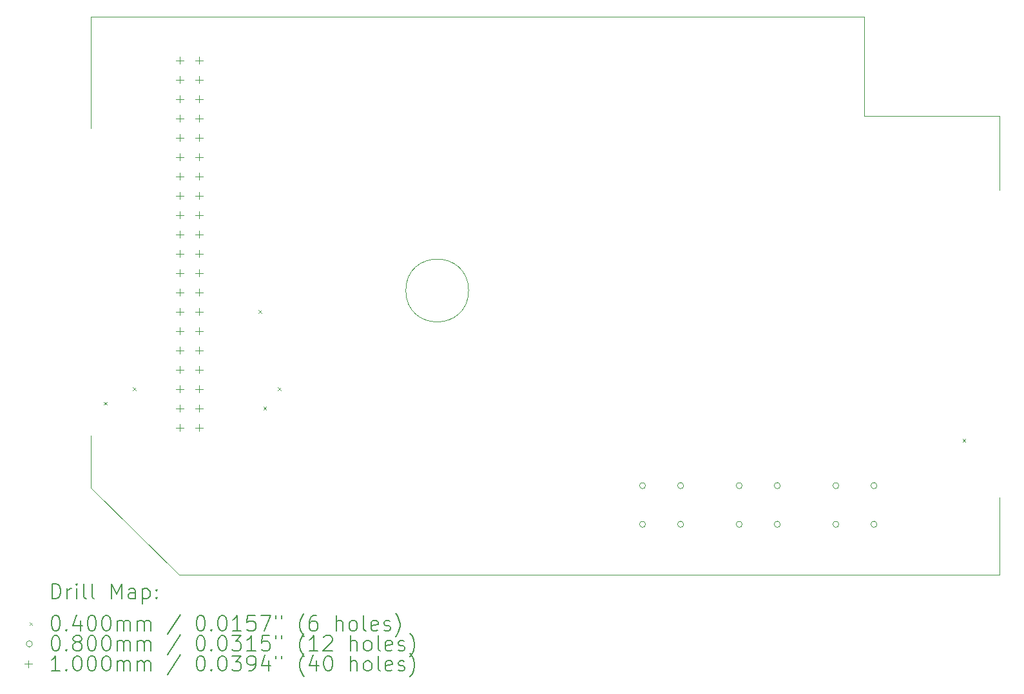
<source format=gbr>
%FSLAX45Y45*%
G04 Gerber Fmt 4.5, Leading zero omitted, Abs format (unit mm)*
G04 Created by KiCad (PCBNEW (6.0.0)) date 2022-11-09 00:44:29*
%MOMM*%
%LPD*%
G01*
G04 APERTURE LIST*
%TA.AperFunction,Profile*%
%ADD10C,0.100000*%
%TD*%
%ADD11C,0.200000*%
%ADD12C,0.040000*%
%ADD13C,0.080000*%
%ADD14C,0.100000*%
G04 APERTURE END LIST*
D10*
X18918500Y-9323430D02*
X18918500Y-8351430D01*
X11946500Y-10644930D02*
G75*
G03*
X11946500Y-10644930I-412500J0D01*
G01*
X18918500Y-8351430D02*
X17140500Y-8351430D01*
X17140500Y-8351430D02*
X17140500Y-7048430D01*
X18918500Y-13364570D02*
X18918500Y-14379570D01*
X6981500Y-7048430D02*
X6981500Y-8509000D01*
X6981500Y-12550140D02*
X6981500Y-13236430D01*
X8141500Y-14379570D02*
X6981500Y-13236430D01*
X18918500Y-14379570D02*
X8141500Y-14379570D01*
X17140500Y-7048430D02*
X6981500Y-7048430D01*
D11*
D12*
X7155500Y-12108500D02*
X7195500Y-12148500D01*
X7195500Y-12108500D02*
X7155500Y-12148500D01*
X7536500Y-11918000D02*
X7576500Y-11958000D01*
X7576500Y-11918000D02*
X7536500Y-11958000D01*
X9187500Y-10902000D02*
X9227500Y-10942000D01*
X9227500Y-10902000D02*
X9187500Y-10942000D01*
X9251000Y-12172000D02*
X9291000Y-12212000D01*
X9291000Y-12172000D02*
X9251000Y-12212000D01*
X9441500Y-11918000D02*
X9481500Y-11958000D01*
X9481500Y-11918000D02*
X9441500Y-11958000D01*
X18436000Y-12594000D02*
X18476000Y-12634000D01*
X18476000Y-12594000D02*
X18436000Y-12634000D01*
D13*
X14272000Y-13208000D02*
G75*
G03*
X14272000Y-13208000I-40000J0D01*
G01*
X14272000Y-13716000D02*
G75*
G03*
X14272000Y-13716000I-40000J0D01*
G01*
X14772000Y-13208000D02*
G75*
G03*
X14772000Y-13208000I-40000J0D01*
G01*
X14772000Y-13716000D02*
G75*
G03*
X14772000Y-13716000I-40000J0D01*
G01*
X15542000Y-13208000D02*
G75*
G03*
X15542000Y-13208000I-40000J0D01*
G01*
X15542000Y-13716000D02*
G75*
G03*
X15542000Y-13716000I-40000J0D01*
G01*
X16042000Y-13208000D02*
G75*
G03*
X16042000Y-13208000I-40000J0D01*
G01*
X16042000Y-13716000D02*
G75*
G03*
X16042000Y-13716000I-40000J0D01*
G01*
X16812000Y-13208000D02*
G75*
G03*
X16812000Y-13208000I-40000J0D01*
G01*
X16812000Y-13716000D02*
G75*
G03*
X16812000Y-13716000I-40000J0D01*
G01*
X17312000Y-13208000D02*
G75*
G03*
X17312000Y-13208000I-40000J0D01*
G01*
X17312000Y-13716000D02*
G75*
G03*
X17312000Y-13716000I-40000J0D01*
G01*
D14*
X8153400Y-7570000D02*
X8153400Y-7670000D01*
X8103400Y-7620000D02*
X8203400Y-7620000D01*
X8153400Y-7824000D02*
X8153400Y-7924000D01*
X8103400Y-7874000D02*
X8203400Y-7874000D01*
X8153400Y-8078000D02*
X8153400Y-8178000D01*
X8103400Y-8128000D02*
X8203400Y-8128000D01*
X8153400Y-8332000D02*
X8153400Y-8432000D01*
X8103400Y-8382000D02*
X8203400Y-8382000D01*
X8153400Y-8586000D02*
X8153400Y-8686000D01*
X8103400Y-8636000D02*
X8203400Y-8636000D01*
X8153400Y-8840000D02*
X8153400Y-8940000D01*
X8103400Y-8890000D02*
X8203400Y-8890000D01*
X8153400Y-9094000D02*
X8153400Y-9194000D01*
X8103400Y-9144000D02*
X8203400Y-9144000D01*
X8153400Y-9348000D02*
X8153400Y-9448000D01*
X8103400Y-9398000D02*
X8203400Y-9398000D01*
X8153400Y-9602000D02*
X8153400Y-9702000D01*
X8103400Y-9652000D02*
X8203400Y-9652000D01*
X8153400Y-9856000D02*
X8153400Y-9956000D01*
X8103400Y-9906000D02*
X8203400Y-9906000D01*
X8153400Y-10110000D02*
X8153400Y-10210000D01*
X8103400Y-10160000D02*
X8203400Y-10160000D01*
X8153400Y-10364000D02*
X8153400Y-10464000D01*
X8103400Y-10414000D02*
X8203400Y-10414000D01*
X8153400Y-10618000D02*
X8153400Y-10718000D01*
X8103400Y-10668000D02*
X8203400Y-10668000D01*
X8153400Y-10872000D02*
X8153400Y-10972000D01*
X8103400Y-10922000D02*
X8203400Y-10922000D01*
X8153400Y-11126000D02*
X8153400Y-11226000D01*
X8103400Y-11176000D02*
X8203400Y-11176000D01*
X8153400Y-11380000D02*
X8153400Y-11480000D01*
X8103400Y-11430000D02*
X8203400Y-11430000D01*
X8153400Y-11634000D02*
X8153400Y-11734000D01*
X8103400Y-11684000D02*
X8203400Y-11684000D01*
X8153400Y-11888000D02*
X8153400Y-11988000D01*
X8103400Y-11938000D02*
X8203400Y-11938000D01*
X8153400Y-12142000D02*
X8153400Y-12242000D01*
X8103400Y-12192000D02*
X8203400Y-12192000D01*
X8153400Y-12396000D02*
X8153400Y-12496000D01*
X8103400Y-12446000D02*
X8203400Y-12446000D01*
X8407400Y-7570000D02*
X8407400Y-7670000D01*
X8357400Y-7620000D02*
X8457400Y-7620000D01*
X8407400Y-7824000D02*
X8407400Y-7924000D01*
X8357400Y-7874000D02*
X8457400Y-7874000D01*
X8407400Y-8078000D02*
X8407400Y-8178000D01*
X8357400Y-8128000D02*
X8457400Y-8128000D01*
X8407400Y-8332000D02*
X8407400Y-8432000D01*
X8357400Y-8382000D02*
X8457400Y-8382000D01*
X8407400Y-8586000D02*
X8407400Y-8686000D01*
X8357400Y-8636000D02*
X8457400Y-8636000D01*
X8407400Y-8840000D02*
X8407400Y-8940000D01*
X8357400Y-8890000D02*
X8457400Y-8890000D01*
X8407400Y-9094000D02*
X8407400Y-9194000D01*
X8357400Y-9144000D02*
X8457400Y-9144000D01*
X8407400Y-9348000D02*
X8407400Y-9448000D01*
X8357400Y-9398000D02*
X8457400Y-9398000D01*
X8407400Y-9602000D02*
X8407400Y-9702000D01*
X8357400Y-9652000D02*
X8457400Y-9652000D01*
X8407400Y-9856000D02*
X8407400Y-9956000D01*
X8357400Y-9906000D02*
X8457400Y-9906000D01*
X8407400Y-10110000D02*
X8407400Y-10210000D01*
X8357400Y-10160000D02*
X8457400Y-10160000D01*
X8407400Y-10364000D02*
X8407400Y-10464000D01*
X8357400Y-10414000D02*
X8457400Y-10414000D01*
X8407400Y-10618000D02*
X8407400Y-10718000D01*
X8357400Y-10668000D02*
X8457400Y-10668000D01*
X8407400Y-10872000D02*
X8407400Y-10972000D01*
X8357400Y-10922000D02*
X8457400Y-10922000D01*
X8407400Y-11126000D02*
X8407400Y-11226000D01*
X8357400Y-11176000D02*
X8457400Y-11176000D01*
X8407400Y-11380000D02*
X8407400Y-11480000D01*
X8357400Y-11430000D02*
X8457400Y-11430000D01*
X8407400Y-11634000D02*
X8407400Y-11734000D01*
X8357400Y-11684000D02*
X8457400Y-11684000D01*
X8407400Y-11888000D02*
X8407400Y-11988000D01*
X8357400Y-11938000D02*
X8457400Y-11938000D01*
X8407400Y-12142000D02*
X8407400Y-12242000D01*
X8357400Y-12192000D02*
X8457400Y-12192000D01*
X8407400Y-12396000D02*
X8407400Y-12496000D01*
X8357400Y-12446000D02*
X8457400Y-12446000D01*
D11*
X6473119Y-14695046D02*
X6473119Y-14495046D01*
X6520738Y-14495046D01*
X6549309Y-14504570D01*
X6568357Y-14523618D01*
X6577881Y-14542665D01*
X6587405Y-14580760D01*
X6587405Y-14609332D01*
X6577881Y-14647427D01*
X6568357Y-14666475D01*
X6549309Y-14685522D01*
X6520738Y-14695046D01*
X6473119Y-14695046D01*
X6673119Y-14695046D02*
X6673119Y-14561713D01*
X6673119Y-14599808D02*
X6682643Y-14580760D01*
X6692167Y-14571237D01*
X6711214Y-14561713D01*
X6730262Y-14561713D01*
X6796928Y-14695046D02*
X6796928Y-14561713D01*
X6796928Y-14495046D02*
X6787405Y-14504570D01*
X6796928Y-14514094D01*
X6806452Y-14504570D01*
X6796928Y-14495046D01*
X6796928Y-14514094D01*
X6920738Y-14695046D02*
X6901690Y-14685522D01*
X6892167Y-14666475D01*
X6892167Y-14495046D01*
X7025500Y-14695046D02*
X7006452Y-14685522D01*
X6996928Y-14666475D01*
X6996928Y-14495046D01*
X7254071Y-14695046D02*
X7254071Y-14495046D01*
X7320738Y-14637903D01*
X7387405Y-14495046D01*
X7387405Y-14695046D01*
X7568357Y-14695046D02*
X7568357Y-14590284D01*
X7558833Y-14571237D01*
X7539786Y-14561713D01*
X7501690Y-14561713D01*
X7482643Y-14571237D01*
X7568357Y-14685522D02*
X7549309Y-14695046D01*
X7501690Y-14695046D01*
X7482643Y-14685522D01*
X7473119Y-14666475D01*
X7473119Y-14647427D01*
X7482643Y-14628379D01*
X7501690Y-14618856D01*
X7549309Y-14618856D01*
X7568357Y-14609332D01*
X7663595Y-14561713D02*
X7663595Y-14761713D01*
X7663595Y-14571237D02*
X7682643Y-14561713D01*
X7720738Y-14561713D01*
X7739786Y-14571237D01*
X7749309Y-14580760D01*
X7758833Y-14599808D01*
X7758833Y-14656951D01*
X7749309Y-14675998D01*
X7739786Y-14685522D01*
X7720738Y-14695046D01*
X7682643Y-14695046D01*
X7663595Y-14685522D01*
X7844548Y-14675998D02*
X7854071Y-14685522D01*
X7844548Y-14695046D01*
X7835024Y-14685522D01*
X7844548Y-14675998D01*
X7844548Y-14695046D01*
X7844548Y-14571237D02*
X7854071Y-14580760D01*
X7844548Y-14590284D01*
X7835024Y-14580760D01*
X7844548Y-14571237D01*
X7844548Y-14590284D01*
D12*
X6175500Y-15004570D02*
X6215500Y-15044570D01*
X6215500Y-15004570D02*
X6175500Y-15044570D01*
D11*
X6511214Y-14915046D02*
X6530262Y-14915046D01*
X6549309Y-14924570D01*
X6558833Y-14934094D01*
X6568357Y-14953141D01*
X6577881Y-14991237D01*
X6577881Y-15038856D01*
X6568357Y-15076951D01*
X6558833Y-15095998D01*
X6549309Y-15105522D01*
X6530262Y-15115046D01*
X6511214Y-15115046D01*
X6492167Y-15105522D01*
X6482643Y-15095998D01*
X6473119Y-15076951D01*
X6463595Y-15038856D01*
X6463595Y-14991237D01*
X6473119Y-14953141D01*
X6482643Y-14934094D01*
X6492167Y-14924570D01*
X6511214Y-14915046D01*
X6663595Y-15095998D02*
X6673119Y-15105522D01*
X6663595Y-15115046D01*
X6654071Y-15105522D01*
X6663595Y-15095998D01*
X6663595Y-15115046D01*
X6844548Y-14981713D02*
X6844548Y-15115046D01*
X6796928Y-14905522D02*
X6749309Y-15048379D01*
X6873119Y-15048379D01*
X6987405Y-14915046D02*
X7006452Y-14915046D01*
X7025500Y-14924570D01*
X7035024Y-14934094D01*
X7044548Y-14953141D01*
X7054071Y-14991237D01*
X7054071Y-15038856D01*
X7044548Y-15076951D01*
X7035024Y-15095998D01*
X7025500Y-15105522D01*
X7006452Y-15115046D01*
X6987405Y-15115046D01*
X6968357Y-15105522D01*
X6958833Y-15095998D01*
X6949309Y-15076951D01*
X6939786Y-15038856D01*
X6939786Y-14991237D01*
X6949309Y-14953141D01*
X6958833Y-14934094D01*
X6968357Y-14924570D01*
X6987405Y-14915046D01*
X7177881Y-14915046D02*
X7196928Y-14915046D01*
X7215976Y-14924570D01*
X7225500Y-14934094D01*
X7235024Y-14953141D01*
X7244548Y-14991237D01*
X7244548Y-15038856D01*
X7235024Y-15076951D01*
X7225500Y-15095998D01*
X7215976Y-15105522D01*
X7196928Y-15115046D01*
X7177881Y-15115046D01*
X7158833Y-15105522D01*
X7149309Y-15095998D01*
X7139786Y-15076951D01*
X7130262Y-15038856D01*
X7130262Y-14991237D01*
X7139786Y-14953141D01*
X7149309Y-14934094D01*
X7158833Y-14924570D01*
X7177881Y-14915046D01*
X7330262Y-15115046D02*
X7330262Y-14981713D01*
X7330262Y-15000760D02*
X7339786Y-14991237D01*
X7358833Y-14981713D01*
X7387405Y-14981713D01*
X7406452Y-14991237D01*
X7415976Y-15010284D01*
X7415976Y-15115046D01*
X7415976Y-15010284D02*
X7425500Y-14991237D01*
X7444548Y-14981713D01*
X7473119Y-14981713D01*
X7492167Y-14991237D01*
X7501690Y-15010284D01*
X7501690Y-15115046D01*
X7596928Y-15115046D02*
X7596928Y-14981713D01*
X7596928Y-15000760D02*
X7606452Y-14991237D01*
X7625500Y-14981713D01*
X7654071Y-14981713D01*
X7673119Y-14991237D01*
X7682643Y-15010284D01*
X7682643Y-15115046D01*
X7682643Y-15010284D02*
X7692167Y-14991237D01*
X7711214Y-14981713D01*
X7739786Y-14981713D01*
X7758833Y-14991237D01*
X7768357Y-15010284D01*
X7768357Y-15115046D01*
X8158833Y-14905522D02*
X7987405Y-15162665D01*
X8415976Y-14915046D02*
X8435024Y-14915046D01*
X8454071Y-14924570D01*
X8463595Y-14934094D01*
X8473119Y-14953141D01*
X8482643Y-14991237D01*
X8482643Y-15038856D01*
X8473119Y-15076951D01*
X8463595Y-15095998D01*
X8454071Y-15105522D01*
X8435024Y-15115046D01*
X8415976Y-15115046D01*
X8396929Y-15105522D01*
X8387405Y-15095998D01*
X8377881Y-15076951D01*
X8368357Y-15038856D01*
X8368357Y-14991237D01*
X8377881Y-14953141D01*
X8387405Y-14934094D01*
X8396929Y-14924570D01*
X8415976Y-14915046D01*
X8568357Y-15095998D02*
X8577881Y-15105522D01*
X8568357Y-15115046D01*
X8558833Y-15105522D01*
X8568357Y-15095998D01*
X8568357Y-15115046D01*
X8701690Y-14915046D02*
X8720738Y-14915046D01*
X8739786Y-14924570D01*
X8749310Y-14934094D01*
X8758833Y-14953141D01*
X8768357Y-14991237D01*
X8768357Y-15038856D01*
X8758833Y-15076951D01*
X8749310Y-15095998D01*
X8739786Y-15105522D01*
X8720738Y-15115046D01*
X8701690Y-15115046D01*
X8682643Y-15105522D01*
X8673119Y-15095998D01*
X8663595Y-15076951D01*
X8654071Y-15038856D01*
X8654071Y-14991237D01*
X8663595Y-14953141D01*
X8673119Y-14934094D01*
X8682643Y-14924570D01*
X8701690Y-14915046D01*
X8958833Y-15115046D02*
X8844548Y-15115046D01*
X8901690Y-15115046D02*
X8901690Y-14915046D01*
X8882643Y-14943618D01*
X8863595Y-14962665D01*
X8844548Y-14972189D01*
X9139786Y-14915046D02*
X9044548Y-14915046D01*
X9035024Y-15010284D01*
X9044548Y-15000760D01*
X9063595Y-14991237D01*
X9111214Y-14991237D01*
X9130262Y-15000760D01*
X9139786Y-15010284D01*
X9149310Y-15029332D01*
X9149310Y-15076951D01*
X9139786Y-15095998D01*
X9130262Y-15105522D01*
X9111214Y-15115046D01*
X9063595Y-15115046D01*
X9044548Y-15105522D01*
X9035024Y-15095998D01*
X9215976Y-14915046D02*
X9349310Y-14915046D01*
X9263595Y-15115046D01*
X9415976Y-14915046D02*
X9415976Y-14953141D01*
X9492167Y-14915046D02*
X9492167Y-14953141D01*
X9787405Y-15191237D02*
X9777881Y-15181713D01*
X9758833Y-15153141D01*
X9749310Y-15134094D01*
X9739786Y-15105522D01*
X9730262Y-15057903D01*
X9730262Y-15019808D01*
X9739786Y-14972189D01*
X9749310Y-14943618D01*
X9758833Y-14924570D01*
X9777881Y-14895998D01*
X9787405Y-14886475D01*
X9949310Y-14915046D02*
X9911214Y-14915046D01*
X9892167Y-14924570D01*
X9882643Y-14934094D01*
X9863595Y-14962665D01*
X9854071Y-15000760D01*
X9854071Y-15076951D01*
X9863595Y-15095998D01*
X9873119Y-15105522D01*
X9892167Y-15115046D01*
X9930262Y-15115046D01*
X9949310Y-15105522D01*
X9958833Y-15095998D01*
X9968357Y-15076951D01*
X9968357Y-15029332D01*
X9958833Y-15010284D01*
X9949310Y-15000760D01*
X9930262Y-14991237D01*
X9892167Y-14991237D01*
X9873119Y-15000760D01*
X9863595Y-15010284D01*
X9854071Y-15029332D01*
X10206452Y-15115046D02*
X10206452Y-14915046D01*
X10292167Y-15115046D02*
X10292167Y-15010284D01*
X10282643Y-14991237D01*
X10263595Y-14981713D01*
X10235024Y-14981713D01*
X10215976Y-14991237D01*
X10206452Y-15000760D01*
X10415976Y-15115046D02*
X10396929Y-15105522D01*
X10387405Y-15095998D01*
X10377881Y-15076951D01*
X10377881Y-15019808D01*
X10387405Y-15000760D01*
X10396929Y-14991237D01*
X10415976Y-14981713D01*
X10444548Y-14981713D01*
X10463595Y-14991237D01*
X10473119Y-15000760D01*
X10482643Y-15019808D01*
X10482643Y-15076951D01*
X10473119Y-15095998D01*
X10463595Y-15105522D01*
X10444548Y-15115046D01*
X10415976Y-15115046D01*
X10596929Y-15115046D02*
X10577881Y-15105522D01*
X10568357Y-15086475D01*
X10568357Y-14915046D01*
X10749310Y-15105522D02*
X10730262Y-15115046D01*
X10692167Y-15115046D01*
X10673119Y-15105522D01*
X10663595Y-15086475D01*
X10663595Y-15010284D01*
X10673119Y-14991237D01*
X10692167Y-14981713D01*
X10730262Y-14981713D01*
X10749310Y-14991237D01*
X10758833Y-15010284D01*
X10758833Y-15029332D01*
X10663595Y-15048379D01*
X10835024Y-15105522D02*
X10854071Y-15115046D01*
X10892167Y-15115046D01*
X10911214Y-15105522D01*
X10920738Y-15086475D01*
X10920738Y-15076951D01*
X10911214Y-15057903D01*
X10892167Y-15048379D01*
X10863595Y-15048379D01*
X10844548Y-15038856D01*
X10835024Y-15019808D01*
X10835024Y-15010284D01*
X10844548Y-14991237D01*
X10863595Y-14981713D01*
X10892167Y-14981713D01*
X10911214Y-14991237D01*
X10987405Y-15191237D02*
X10996929Y-15181713D01*
X11015976Y-15153141D01*
X11025500Y-15134094D01*
X11035024Y-15105522D01*
X11044548Y-15057903D01*
X11044548Y-15019808D01*
X11035024Y-14972189D01*
X11025500Y-14943618D01*
X11015976Y-14924570D01*
X10996929Y-14895998D01*
X10987405Y-14886475D01*
D13*
X6215500Y-15288570D02*
G75*
G03*
X6215500Y-15288570I-40000J0D01*
G01*
D11*
X6511214Y-15179046D02*
X6530262Y-15179046D01*
X6549309Y-15188570D01*
X6558833Y-15198094D01*
X6568357Y-15217141D01*
X6577881Y-15255237D01*
X6577881Y-15302856D01*
X6568357Y-15340951D01*
X6558833Y-15359998D01*
X6549309Y-15369522D01*
X6530262Y-15379046D01*
X6511214Y-15379046D01*
X6492167Y-15369522D01*
X6482643Y-15359998D01*
X6473119Y-15340951D01*
X6463595Y-15302856D01*
X6463595Y-15255237D01*
X6473119Y-15217141D01*
X6482643Y-15198094D01*
X6492167Y-15188570D01*
X6511214Y-15179046D01*
X6663595Y-15359998D02*
X6673119Y-15369522D01*
X6663595Y-15379046D01*
X6654071Y-15369522D01*
X6663595Y-15359998D01*
X6663595Y-15379046D01*
X6787405Y-15264760D02*
X6768357Y-15255237D01*
X6758833Y-15245713D01*
X6749309Y-15226665D01*
X6749309Y-15217141D01*
X6758833Y-15198094D01*
X6768357Y-15188570D01*
X6787405Y-15179046D01*
X6825500Y-15179046D01*
X6844548Y-15188570D01*
X6854071Y-15198094D01*
X6863595Y-15217141D01*
X6863595Y-15226665D01*
X6854071Y-15245713D01*
X6844548Y-15255237D01*
X6825500Y-15264760D01*
X6787405Y-15264760D01*
X6768357Y-15274284D01*
X6758833Y-15283808D01*
X6749309Y-15302856D01*
X6749309Y-15340951D01*
X6758833Y-15359998D01*
X6768357Y-15369522D01*
X6787405Y-15379046D01*
X6825500Y-15379046D01*
X6844548Y-15369522D01*
X6854071Y-15359998D01*
X6863595Y-15340951D01*
X6863595Y-15302856D01*
X6854071Y-15283808D01*
X6844548Y-15274284D01*
X6825500Y-15264760D01*
X6987405Y-15179046D02*
X7006452Y-15179046D01*
X7025500Y-15188570D01*
X7035024Y-15198094D01*
X7044548Y-15217141D01*
X7054071Y-15255237D01*
X7054071Y-15302856D01*
X7044548Y-15340951D01*
X7035024Y-15359998D01*
X7025500Y-15369522D01*
X7006452Y-15379046D01*
X6987405Y-15379046D01*
X6968357Y-15369522D01*
X6958833Y-15359998D01*
X6949309Y-15340951D01*
X6939786Y-15302856D01*
X6939786Y-15255237D01*
X6949309Y-15217141D01*
X6958833Y-15198094D01*
X6968357Y-15188570D01*
X6987405Y-15179046D01*
X7177881Y-15179046D02*
X7196928Y-15179046D01*
X7215976Y-15188570D01*
X7225500Y-15198094D01*
X7235024Y-15217141D01*
X7244548Y-15255237D01*
X7244548Y-15302856D01*
X7235024Y-15340951D01*
X7225500Y-15359998D01*
X7215976Y-15369522D01*
X7196928Y-15379046D01*
X7177881Y-15379046D01*
X7158833Y-15369522D01*
X7149309Y-15359998D01*
X7139786Y-15340951D01*
X7130262Y-15302856D01*
X7130262Y-15255237D01*
X7139786Y-15217141D01*
X7149309Y-15198094D01*
X7158833Y-15188570D01*
X7177881Y-15179046D01*
X7330262Y-15379046D02*
X7330262Y-15245713D01*
X7330262Y-15264760D02*
X7339786Y-15255237D01*
X7358833Y-15245713D01*
X7387405Y-15245713D01*
X7406452Y-15255237D01*
X7415976Y-15274284D01*
X7415976Y-15379046D01*
X7415976Y-15274284D02*
X7425500Y-15255237D01*
X7444548Y-15245713D01*
X7473119Y-15245713D01*
X7492167Y-15255237D01*
X7501690Y-15274284D01*
X7501690Y-15379046D01*
X7596928Y-15379046D02*
X7596928Y-15245713D01*
X7596928Y-15264760D02*
X7606452Y-15255237D01*
X7625500Y-15245713D01*
X7654071Y-15245713D01*
X7673119Y-15255237D01*
X7682643Y-15274284D01*
X7682643Y-15379046D01*
X7682643Y-15274284D02*
X7692167Y-15255237D01*
X7711214Y-15245713D01*
X7739786Y-15245713D01*
X7758833Y-15255237D01*
X7768357Y-15274284D01*
X7768357Y-15379046D01*
X8158833Y-15169522D02*
X7987405Y-15426665D01*
X8415976Y-15179046D02*
X8435024Y-15179046D01*
X8454071Y-15188570D01*
X8463595Y-15198094D01*
X8473119Y-15217141D01*
X8482643Y-15255237D01*
X8482643Y-15302856D01*
X8473119Y-15340951D01*
X8463595Y-15359998D01*
X8454071Y-15369522D01*
X8435024Y-15379046D01*
X8415976Y-15379046D01*
X8396929Y-15369522D01*
X8387405Y-15359998D01*
X8377881Y-15340951D01*
X8368357Y-15302856D01*
X8368357Y-15255237D01*
X8377881Y-15217141D01*
X8387405Y-15198094D01*
X8396929Y-15188570D01*
X8415976Y-15179046D01*
X8568357Y-15359998D02*
X8577881Y-15369522D01*
X8568357Y-15379046D01*
X8558833Y-15369522D01*
X8568357Y-15359998D01*
X8568357Y-15379046D01*
X8701690Y-15179046D02*
X8720738Y-15179046D01*
X8739786Y-15188570D01*
X8749310Y-15198094D01*
X8758833Y-15217141D01*
X8768357Y-15255237D01*
X8768357Y-15302856D01*
X8758833Y-15340951D01*
X8749310Y-15359998D01*
X8739786Y-15369522D01*
X8720738Y-15379046D01*
X8701690Y-15379046D01*
X8682643Y-15369522D01*
X8673119Y-15359998D01*
X8663595Y-15340951D01*
X8654071Y-15302856D01*
X8654071Y-15255237D01*
X8663595Y-15217141D01*
X8673119Y-15198094D01*
X8682643Y-15188570D01*
X8701690Y-15179046D01*
X8835024Y-15179046D02*
X8958833Y-15179046D01*
X8892167Y-15255237D01*
X8920738Y-15255237D01*
X8939786Y-15264760D01*
X8949310Y-15274284D01*
X8958833Y-15293332D01*
X8958833Y-15340951D01*
X8949310Y-15359998D01*
X8939786Y-15369522D01*
X8920738Y-15379046D01*
X8863595Y-15379046D01*
X8844548Y-15369522D01*
X8835024Y-15359998D01*
X9149310Y-15379046D02*
X9035024Y-15379046D01*
X9092167Y-15379046D02*
X9092167Y-15179046D01*
X9073119Y-15207618D01*
X9054071Y-15226665D01*
X9035024Y-15236189D01*
X9330262Y-15179046D02*
X9235024Y-15179046D01*
X9225500Y-15274284D01*
X9235024Y-15264760D01*
X9254071Y-15255237D01*
X9301690Y-15255237D01*
X9320738Y-15264760D01*
X9330262Y-15274284D01*
X9339786Y-15293332D01*
X9339786Y-15340951D01*
X9330262Y-15359998D01*
X9320738Y-15369522D01*
X9301690Y-15379046D01*
X9254071Y-15379046D01*
X9235024Y-15369522D01*
X9225500Y-15359998D01*
X9415976Y-15179046D02*
X9415976Y-15217141D01*
X9492167Y-15179046D02*
X9492167Y-15217141D01*
X9787405Y-15455237D02*
X9777881Y-15445713D01*
X9758833Y-15417141D01*
X9749310Y-15398094D01*
X9739786Y-15369522D01*
X9730262Y-15321903D01*
X9730262Y-15283808D01*
X9739786Y-15236189D01*
X9749310Y-15207618D01*
X9758833Y-15188570D01*
X9777881Y-15159998D01*
X9787405Y-15150475D01*
X9968357Y-15379046D02*
X9854071Y-15379046D01*
X9911214Y-15379046D02*
X9911214Y-15179046D01*
X9892167Y-15207618D01*
X9873119Y-15226665D01*
X9854071Y-15236189D01*
X10044548Y-15198094D02*
X10054071Y-15188570D01*
X10073119Y-15179046D01*
X10120738Y-15179046D01*
X10139786Y-15188570D01*
X10149310Y-15198094D01*
X10158833Y-15217141D01*
X10158833Y-15236189D01*
X10149310Y-15264760D01*
X10035024Y-15379046D01*
X10158833Y-15379046D01*
X10396929Y-15379046D02*
X10396929Y-15179046D01*
X10482643Y-15379046D02*
X10482643Y-15274284D01*
X10473119Y-15255237D01*
X10454071Y-15245713D01*
X10425500Y-15245713D01*
X10406452Y-15255237D01*
X10396929Y-15264760D01*
X10606452Y-15379046D02*
X10587405Y-15369522D01*
X10577881Y-15359998D01*
X10568357Y-15340951D01*
X10568357Y-15283808D01*
X10577881Y-15264760D01*
X10587405Y-15255237D01*
X10606452Y-15245713D01*
X10635024Y-15245713D01*
X10654071Y-15255237D01*
X10663595Y-15264760D01*
X10673119Y-15283808D01*
X10673119Y-15340951D01*
X10663595Y-15359998D01*
X10654071Y-15369522D01*
X10635024Y-15379046D01*
X10606452Y-15379046D01*
X10787405Y-15379046D02*
X10768357Y-15369522D01*
X10758833Y-15350475D01*
X10758833Y-15179046D01*
X10939786Y-15369522D02*
X10920738Y-15379046D01*
X10882643Y-15379046D01*
X10863595Y-15369522D01*
X10854071Y-15350475D01*
X10854071Y-15274284D01*
X10863595Y-15255237D01*
X10882643Y-15245713D01*
X10920738Y-15245713D01*
X10939786Y-15255237D01*
X10949310Y-15274284D01*
X10949310Y-15293332D01*
X10854071Y-15312379D01*
X11025500Y-15369522D02*
X11044548Y-15379046D01*
X11082643Y-15379046D01*
X11101690Y-15369522D01*
X11111214Y-15350475D01*
X11111214Y-15340951D01*
X11101690Y-15321903D01*
X11082643Y-15312379D01*
X11054071Y-15312379D01*
X11035024Y-15302856D01*
X11025500Y-15283808D01*
X11025500Y-15274284D01*
X11035024Y-15255237D01*
X11054071Y-15245713D01*
X11082643Y-15245713D01*
X11101690Y-15255237D01*
X11177881Y-15455237D02*
X11187405Y-15445713D01*
X11206452Y-15417141D01*
X11215976Y-15398094D01*
X11225500Y-15369522D01*
X11235024Y-15321903D01*
X11235024Y-15283808D01*
X11225500Y-15236189D01*
X11215976Y-15207618D01*
X11206452Y-15188570D01*
X11187405Y-15159998D01*
X11177881Y-15150475D01*
D14*
X6165500Y-15502570D02*
X6165500Y-15602570D01*
X6115500Y-15552570D02*
X6215500Y-15552570D01*
D11*
X6577881Y-15643046D02*
X6463595Y-15643046D01*
X6520738Y-15643046D02*
X6520738Y-15443046D01*
X6501690Y-15471618D01*
X6482643Y-15490665D01*
X6463595Y-15500189D01*
X6663595Y-15623998D02*
X6673119Y-15633522D01*
X6663595Y-15643046D01*
X6654071Y-15633522D01*
X6663595Y-15623998D01*
X6663595Y-15643046D01*
X6796928Y-15443046D02*
X6815976Y-15443046D01*
X6835024Y-15452570D01*
X6844548Y-15462094D01*
X6854071Y-15481141D01*
X6863595Y-15519237D01*
X6863595Y-15566856D01*
X6854071Y-15604951D01*
X6844548Y-15623998D01*
X6835024Y-15633522D01*
X6815976Y-15643046D01*
X6796928Y-15643046D01*
X6777881Y-15633522D01*
X6768357Y-15623998D01*
X6758833Y-15604951D01*
X6749309Y-15566856D01*
X6749309Y-15519237D01*
X6758833Y-15481141D01*
X6768357Y-15462094D01*
X6777881Y-15452570D01*
X6796928Y-15443046D01*
X6987405Y-15443046D02*
X7006452Y-15443046D01*
X7025500Y-15452570D01*
X7035024Y-15462094D01*
X7044548Y-15481141D01*
X7054071Y-15519237D01*
X7054071Y-15566856D01*
X7044548Y-15604951D01*
X7035024Y-15623998D01*
X7025500Y-15633522D01*
X7006452Y-15643046D01*
X6987405Y-15643046D01*
X6968357Y-15633522D01*
X6958833Y-15623998D01*
X6949309Y-15604951D01*
X6939786Y-15566856D01*
X6939786Y-15519237D01*
X6949309Y-15481141D01*
X6958833Y-15462094D01*
X6968357Y-15452570D01*
X6987405Y-15443046D01*
X7177881Y-15443046D02*
X7196928Y-15443046D01*
X7215976Y-15452570D01*
X7225500Y-15462094D01*
X7235024Y-15481141D01*
X7244548Y-15519237D01*
X7244548Y-15566856D01*
X7235024Y-15604951D01*
X7225500Y-15623998D01*
X7215976Y-15633522D01*
X7196928Y-15643046D01*
X7177881Y-15643046D01*
X7158833Y-15633522D01*
X7149309Y-15623998D01*
X7139786Y-15604951D01*
X7130262Y-15566856D01*
X7130262Y-15519237D01*
X7139786Y-15481141D01*
X7149309Y-15462094D01*
X7158833Y-15452570D01*
X7177881Y-15443046D01*
X7330262Y-15643046D02*
X7330262Y-15509713D01*
X7330262Y-15528760D02*
X7339786Y-15519237D01*
X7358833Y-15509713D01*
X7387405Y-15509713D01*
X7406452Y-15519237D01*
X7415976Y-15538284D01*
X7415976Y-15643046D01*
X7415976Y-15538284D02*
X7425500Y-15519237D01*
X7444548Y-15509713D01*
X7473119Y-15509713D01*
X7492167Y-15519237D01*
X7501690Y-15538284D01*
X7501690Y-15643046D01*
X7596928Y-15643046D02*
X7596928Y-15509713D01*
X7596928Y-15528760D02*
X7606452Y-15519237D01*
X7625500Y-15509713D01*
X7654071Y-15509713D01*
X7673119Y-15519237D01*
X7682643Y-15538284D01*
X7682643Y-15643046D01*
X7682643Y-15538284D02*
X7692167Y-15519237D01*
X7711214Y-15509713D01*
X7739786Y-15509713D01*
X7758833Y-15519237D01*
X7768357Y-15538284D01*
X7768357Y-15643046D01*
X8158833Y-15433522D02*
X7987405Y-15690665D01*
X8415976Y-15443046D02*
X8435024Y-15443046D01*
X8454071Y-15452570D01*
X8463595Y-15462094D01*
X8473119Y-15481141D01*
X8482643Y-15519237D01*
X8482643Y-15566856D01*
X8473119Y-15604951D01*
X8463595Y-15623998D01*
X8454071Y-15633522D01*
X8435024Y-15643046D01*
X8415976Y-15643046D01*
X8396929Y-15633522D01*
X8387405Y-15623998D01*
X8377881Y-15604951D01*
X8368357Y-15566856D01*
X8368357Y-15519237D01*
X8377881Y-15481141D01*
X8387405Y-15462094D01*
X8396929Y-15452570D01*
X8415976Y-15443046D01*
X8568357Y-15623998D02*
X8577881Y-15633522D01*
X8568357Y-15643046D01*
X8558833Y-15633522D01*
X8568357Y-15623998D01*
X8568357Y-15643046D01*
X8701690Y-15443046D02*
X8720738Y-15443046D01*
X8739786Y-15452570D01*
X8749310Y-15462094D01*
X8758833Y-15481141D01*
X8768357Y-15519237D01*
X8768357Y-15566856D01*
X8758833Y-15604951D01*
X8749310Y-15623998D01*
X8739786Y-15633522D01*
X8720738Y-15643046D01*
X8701690Y-15643046D01*
X8682643Y-15633522D01*
X8673119Y-15623998D01*
X8663595Y-15604951D01*
X8654071Y-15566856D01*
X8654071Y-15519237D01*
X8663595Y-15481141D01*
X8673119Y-15462094D01*
X8682643Y-15452570D01*
X8701690Y-15443046D01*
X8835024Y-15443046D02*
X8958833Y-15443046D01*
X8892167Y-15519237D01*
X8920738Y-15519237D01*
X8939786Y-15528760D01*
X8949310Y-15538284D01*
X8958833Y-15557332D01*
X8958833Y-15604951D01*
X8949310Y-15623998D01*
X8939786Y-15633522D01*
X8920738Y-15643046D01*
X8863595Y-15643046D01*
X8844548Y-15633522D01*
X8835024Y-15623998D01*
X9054071Y-15643046D02*
X9092167Y-15643046D01*
X9111214Y-15633522D01*
X9120738Y-15623998D01*
X9139786Y-15595427D01*
X9149310Y-15557332D01*
X9149310Y-15481141D01*
X9139786Y-15462094D01*
X9130262Y-15452570D01*
X9111214Y-15443046D01*
X9073119Y-15443046D01*
X9054071Y-15452570D01*
X9044548Y-15462094D01*
X9035024Y-15481141D01*
X9035024Y-15528760D01*
X9044548Y-15547808D01*
X9054071Y-15557332D01*
X9073119Y-15566856D01*
X9111214Y-15566856D01*
X9130262Y-15557332D01*
X9139786Y-15547808D01*
X9149310Y-15528760D01*
X9320738Y-15509713D02*
X9320738Y-15643046D01*
X9273119Y-15433522D02*
X9225500Y-15576379D01*
X9349310Y-15576379D01*
X9415976Y-15443046D02*
X9415976Y-15481141D01*
X9492167Y-15443046D02*
X9492167Y-15481141D01*
X9787405Y-15719237D02*
X9777881Y-15709713D01*
X9758833Y-15681141D01*
X9749310Y-15662094D01*
X9739786Y-15633522D01*
X9730262Y-15585903D01*
X9730262Y-15547808D01*
X9739786Y-15500189D01*
X9749310Y-15471618D01*
X9758833Y-15452570D01*
X9777881Y-15423998D01*
X9787405Y-15414475D01*
X9949310Y-15509713D02*
X9949310Y-15643046D01*
X9901690Y-15433522D02*
X9854071Y-15576379D01*
X9977881Y-15576379D01*
X10092167Y-15443046D02*
X10111214Y-15443046D01*
X10130262Y-15452570D01*
X10139786Y-15462094D01*
X10149310Y-15481141D01*
X10158833Y-15519237D01*
X10158833Y-15566856D01*
X10149310Y-15604951D01*
X10139786Y-15623998D01*
X10130262Y-15633522D01*
X10111214Y-15643046D01*
X10092167Y-15643046D01*
X10073119Y-15633522D01*
X10063595Y-15623998D01*
X10054071Y-15604951D01*
X10044548Y-15566856D01*
X10044548Y-15519237D01*
X10054071Y-15481141D01*
X10063595Y-15462094D01*
X10073119Y-15452570D01*
X10092167Y-15443046D01*
X10396929Y-15643046D02*
X10396929Y-15443046D01*
X10482643Y-15643046D02*
X10482643Y-15538284D01*
X10473119Y-15519237D01*
X10454071Y-15509713D01*
X10425500Y-15509713D01*
X10406452Y-15519237D01*
X10396929Y-15528760D01*
X10606452Y-15643046D02*
X10587405Y-15633522D01*
X10577881Y-15623998D01*
X10568357Y-15604951D01*
X10568357Y-15547808D01*
X10577881Y-15528760D01*
X10587405Y-15519237D01*
X10606452Y-15509713D01*
X10635024Y-15509713D01*
X10654071Y-15519237D01*
X10663595Y-15528760D01*
X10673119Y-15547808D01*
X10673119Y-15604951D01*
X10663595Y-15623998D01*
X10654071Y-15633522D01*
X10635024Y-15643046D01*
X10606452Y-15643046D01*
X10787405Y-15643046D02*
X10768357Y-15633522D01*
X10758833Y-15614475D01*
X10758833Y-15443046D01*
X10939786Y-15633522D02*
X10920738Y-15643046D01*
X10882643Y-15643046D01*
X10863595Y-15633522D01*
X10854071Y-15614475D01*
X10854071Y-15538284D01*
X10863595Y-15519237D01*
X10882643Y-15509713D01*
X10920738Y-15509713D01*
X10939786Y-15519237D01*
X10949310Y-15538284D01*
X10949310Y-15557332D01*
X10854071Y-15576379D01*
X11025500Y-15633522D02*
X11044548Y-15643046D01*
X11082643Y-15643046D01*
X11101690Y-15633522D01*
X11111214Y-15614475D01*
X11111214Y-15604951D01*
X11101690Y-15585903D01*
X11082643Y-15576379D01*
X11054071Y-15576379D01*
X11035024Y-15566856D01*
X11025500Y-15547808D01*
X11025500Y-15538284D01*
X11035024Y-15519237D01*
X11054071Y-15509713D01*
X11082643Y-15509713D01*
X11101690Y-15519237D01*
X11177881Y-15719237D02*
X11187405Y-15709713D01*
X11206452Y-15681141D01*
X11215976Y-15662094D01*
X11225500Y-15633522D01*
X11235024Y-15585903D01*
X11235024Y-15547808D01*
X11225500Y-15500189D01*
X11215976Y-15471618D01*
X11206452Y-15452570D01*
X11187405Y-15423998D01*
X11177881Y-15414475D01*
M02*

</source>
